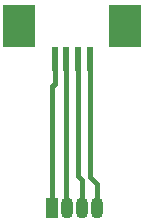
<source format=gbr>
%TF.GenerationSoftware,KiCad,Pcbnew,8.0.6*%
%TF.CreationDate,2025-02-12T13:55:56-05:00*%
%TF.ProjectId,module led,6d6f6475-6c65-4206-9c65-642e6b696361,rev?*%
%TF.SameCoordinates,Original*%
%TF.FileFunction,Copper,L1,Top*%
%TF.FilePolarity,Positive*%
%FSLAX46Y46*%
G04 Gerber Fmt 4.6, Leading zero omitted, Abs format (unit mm)*
G04 Created by KiCad (PCBNEW 8.0.6) date 2025-02-12 13:55:56*
%MOMM*%
%LPD*%
G01*
G04 APERTURE LIST*
%TA.AperFunction,ComponentPad*%
%ADD10R,1.070000X1.800000*%
%TD*%
%TA.AperFunction,ComponentPad*%
%ADD11O,1.070000X1.800000*%
%TD*%
%TA.AperFunction,SMDPad,CuDef*%
%ADD12R,0.610000X2.000000*%
%TD*%
%TA.AperFunction,SMDPad,CuDef*%
%ADD13R,2.680000X3.600000*%
%TD*%
%TA.AperFunction,Conductor*%
%ADD14C,0.400000*%
%TD*%
G04 APERTURE END LIST*
D10*
%TO.P,D1,1,A*%
%TO.N,Net-(D1-A)*%
X98338551Y-99954948D03*
D11*
%TO.P,D1,2,BK*%
%TO.N,Net-(D1-BK)*%
X99608551Y-99954948D03*
%TO.P,D1,3,GK*%
%TO.N,Net-(D1-GK)*%
X100878551Y-99954948D03*
%TO.P,D1,4,RK*%
%TO.N,Net-(D1-RK)*%
X102148551Y-99954948D03*
%TD*%
D12*
%TO.P,J2,1,Pin_1*%
%TO.N,Net-(D1-RK)*%
X101550000Y-87340000D03*
%TO.P,J2,2,Pin_2*%
%TO.N,Net-(D1-GK)*%
X100550000Y-87340000D03*
%TO.P,J2,3,Pin_3*%
%TO.N,Net-(D1-BK)*%
X99550000Y-87340000D03*
%TO.P,J2,4,Pin_4*%
%TO.N,Net-(D1-A)*%
X98550000Y-87340000D03*
D13*
%TO.P,J2,MP,MountPin*%
%TO.N,unconnected-(J2-MountPin-PadMP)*%
X104540000Y-84540000D03*
X95560000Y-84540000D03*
%TD*%
D14*
%TO.N,Net-(D1-A)*%
X98338551Y-99954948D02*
X98338551Y-89661449D01*
X98338551Y-89661449D02*
X98550000Y-89450000D01*
X98550000Y-89450000D02*
X98550000Y-87340000D01*
%TO.N,Net-(D1-RK)*%
X102148551Y-97887689D02*
X102148551Y-99954948D01*
X101550000Y-97289138D02*
X102148551Y-97887689D01*
X101550000Y-87340000D02*
X101550000Y-97289138D01*
%TO.N,Net-(D1-BK)*%
X99550000Y-87340000D02*
X99550000Y-99896397D01*
X99550000Y-99896397D02*
X99608551Y-99954948D01*
%TO.N,Net-(D1-GK)*%
X100550000Y-97212384D02*
X100878551Y-97540935D01*
X100550000Y-87340000D02*
X100550000Y-97212384D01*
X100878551Y-97540935D02*
X100878551Y-99954948D01*
%TD*%
M02*

</source>
